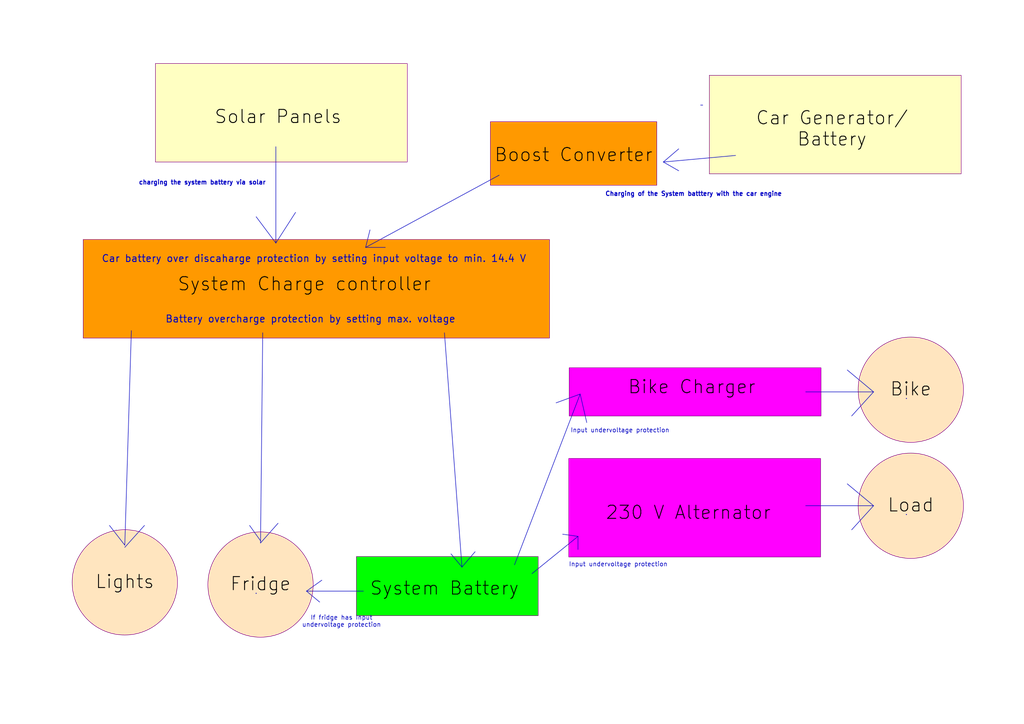
<source format=kicad_sch>
(kicad_sch
	(version 20231120)
	(generator "eeschema")
	(generator_version "8.0")
	(uuid "1b5aee30-e0ff-4e6d-85fe-9f9048b944db")
	(paper "A4")
	(title_block
		(title "Er Vento - electrical schematic")
		(date "2025-02-20")
		(rev "0.1")
		(company "Christoph")
	)
	(lib_symbols)
	(polyline
		(pts
			(xy 233.68 113.665) (xy 253.365 113.665)
		)
		(stroke
			(width 0)
			(type default)
		)
		(uuid "0362eb36-a757-4381-b82c-e81273c03691")
	)
	(polyline
		(pts
			(xy 31.75 152.4) (xy 36.195 158.115)
		)
		(stroke
			(width 0)
			(type default)
		)
		(uuid "0df88179-4032-4270-b71b-5d6e447f1be3")
	)
	(polyline
		(pts
			(xy 130.81 160.655) (xy 133.985 164.465)
		)
		(stroke
			(width 0)
			(type default)
		)
		(uuid "11c83d6b-e356-4582-ac89-6b5ea3e02221")
	)
	(polyline
		(pts
			(xy 88.9 171.45) (xy 93.345 168.275)
		)
		(stroke
			(width 0)
			(type default)
		)
		(uuid "2b3af518-da85-45eb-92d3-e0c0f78d55ce")
	)
	(polyline
		(pts
			(xy 245.745 140.335) (xy 253.365 146.685)
		)
		(stroke
			(width 0)
			(type default)
		)
		(uuid "3267f5ee-e55a-4731-9d0d-85bca1a920ab")
	)
	(polyline
		(pts
			(xy 88.9 171.45) (xy 92.71 174.625)
		)
		(stroke
			(width 0)
			(type default)
		)
		(uuid "36a88bcd-c6ea-4aa7-9f33-19cae6eb9e66")
	)
	(polyline
		(pts
			(xy 105.41 171.45) (xy 88.9 171.45)
		)
		(stroke
			(width 0)
			(type default)
		)
		(uuid "3a213faa-9d66-4af4-b421-31fddd193a9e")
	)
	(polyline
		(pts
			(xy 196.85 43.18) (xy 192.405 46.99)
		)
		(stroke
			(width 0)
			(type default)
		)
		(uuid "40cfeeb8-bc68-4559-ad86-02d1e80b9b7d")
	)
	(polyline
		(pts
			(xy 167.64 159.385) (xy 167.64 155.575)
		)
		(stroke
			(width 0)
			(type default)
		)
		(uuid "42a3e7c9-0393-484c-a607-d4799805d601")
	)
	(polyline
		(pts
			(xy 38.1 95.885) (xy 36.195 158.115)
		)
		(stroke
			(width 0)
			(type default)
		)
		(uuid "434520a9-e743-4723-9436-118e81bdd5ae")
	)
	(polyline
		(pts
			(xy 213.36 45.085) (xy 192.405 46.99)
		)
		(stroke
			(width 0)
			(type default)
		)
		(uuid "48201526-ee6c-4703-9e20-9b0545b3a2d5")
	)
	(polyline
		(pts
			(xy 245.745 107.315) (xy 253.365 113.665)
		)
		(stroke
			(width 0)
			(type default)
		)
		(uuid "4a4567b9-bd40-4952-b660-9eedada10f27")
	)
	(polyline
		(pts
			(xy 106.045 71.755) (xy 111.76 71.755)
		)
		(stroke
			(width 0)
			(type default)
		)
		(uuid "5ed86d00-6178-4217-8efa-008d506346bc")
	)
	(polyline
		(pts
			(xy 154.305 166.37) (xy 167.64 155.575)
		)
		(stroke
			(width 0)
			(type default)
		)
		(uuid "6d46e50d-fdf1-44bd-b530-f42b5a76554e")
	)
	(polyline
		(pts
			(xy 80.01 42.545) (xy 80.01 70.485)
		)
		(stroke
			(width 0)
			(type default)
		)
		(uuid "7569c403-dd65-49ea-863f-9aa412305799")
	)
	(polyline
		(pts
			(xy 192.405 46.99) (xy 196.85 49.53)
		)
		(stroke
			(width 0)
			(type default)
		)
		(uuid "7dd3c6a3-4f5c-4bd9-ac7e-d2c0bd729b57")
	)
	(polyline
		(pts
			(xy 163.195 154.94) (xy 167.64 155.575)
		)
		(stroke
			(width 0)
			(type default)
		)
		(uuid "8dcd53c6-d2a1-4c00-a7cf-49cfd0ba7488")
	)
	(polyline
		(pts
			(xy 75.565 157.48) (xy 80.645 151.765)
		)
		(stroke
			(width 0)
			(type default)
		)
		(uuid "8f182de7-6f8d-4779-bac0-0f848fc6b801")
	)
	(polyline
		(pts
			(xy 80.01 70.485) (xy 85.725 61.595)
		)
		(stroke
			(width 0)
			(type default)
		)
		(uuid "90864154-a371-44a8-805f-f95bc6c6bb14")
	)
	(polyline
		(pts
			(xy 74.295 62.865) (xy 80.01 70.485)
		)
		(stroke
			(width 0)
			(type default)
		)
		(uuid "9133f8df-73fd-495f-9d9a-94916a3fa1ac")
	)
	(polyline
		(pts
			(xy 133.985 164.465) (xy 137.795 160.02)
		)
		(stroke
			(width 0)
			(type default)
		)
		(uuid "a59cb842-adf1-444d-8234-c5a515d59ee3")
	)
	(polyline
		(pts
			(xy 170.18 122.555) (xy 168.275 114.3)
		)
		(stroke
			(width 0)
			(type default)
		)
		(uuid "ac049c0f-8f2b-49bd-b0a2-76cfb480e541")
	)
	(polyline
		(pts
			(xy 128.905 96.52) (xy 133.985 164.465)
		)
		(stroke
			(width 0)
			(type default)
		)
		(uuid "b75fe423-f828-4ed7-af70-d0534cd1043d")
	)
	(polyline
		(pts
			(xy 203.2 30.48) (xy 203.835 30.48)
		)
		(stroke
			(width 0)
			(type default)
		)
		(uuid "b8ebb9e8-673b-49cb-99e9-639d8914315c")
	)
	(polyline
		(pts
			(xy 76.2 96.52) (xy 75.565 157.48)
		)
		(stroke
			(width 0)
			(type default)
		)
		(uuid "bb5cb5fd-7504-4865-939d-dde8b07a3e0c")
	)
	(polyline
		(pts
			(xy 149.225 163.83) (xy 168.275 114.3)
		)
		(stroke
			(width 0)
			(type default)
		)
		(uuid "bce95c82-7565-4c26-b452-370f227f00df")
	)
	(polyline
		(pts
			(xy 247.015 120.65) (xy 253.365 113.665)
		)
		(stroke
			(width 0)
			(type default)
		)
		(uuid "bcf3a649-ed1d-454f-ba6a-8559d7f10534")
	)
	(polyline
		(pts
			(xy 233.68 146.685) (xy 253.365 146.685)
		)
		(stroke
			(width 0)
			(type default)
		)
		(uuid "c0676a3e-6fd4-4572-9c11-b97d51f7fc30")
	)
	(polyline
		(pts
			(xy 247.015 153.67) (xy 253.365 146.685)
		)
		(stroke
			(width 0)
			(type default)
		)
		(uuid "c5d51b4a-20c5-48f3-9f87-b3553520f13b")
	)
	(polyline
		(pts
			(xy 41.91 152.4) (xy 36.195 158.75)
		)
		(stroke
			(width 0)
			(type default)
		)
		(uuid "ca6172e4-4413-4683-89a1-7570409e8eea")
	)
	(polyline
		(pts
			(xy 144.78 50.8) (xy 106.045 71.755)
		)
		(stroke
			(width 0)
			(type default)
		)
		(uuid "cbd22b7b-9c1f-4228-a295-ea3acf0b68d3")
	)
	(polyline
		(pts
			(xy 161.29 116.84) (xy 168.275 114.3)
		)
		(stroke
			(width 0)
			(type default)
		)
		(uuid "da58a035-cf68-4c20-81ae-ca974474a61b")
	)
	(polyline
		(pts
			(xy 72.39 152.4) (xy 75.565 156.845)
		)
		(stroke
			(width 0)
			(type default)
		)
		(uuid "e9095bf7-bc56-423f-b1b8-2bdb3e2a64f4")
	)
	(polyline
		(pts
			(xy 106.045 71.755) (xy 107.315 66.675)
		)
		(stroke
			(width 0)
			(type default)
		)
		(uuid "f87e2e48-82e5-4dce-84af-80a0e2fddbcb")
	)
	(rectangle
		(start 142.24 35.306)
		(end 190.5 53.721)
		(stroke
			(width 0)
			(type default)
			(color 132 0 132 1)
		)
		(fill
			(type color)
			(color 255 153 0 1)
		)
		(uuid 02b0b8d0-ff5c-43ad-8bb7-fc911a93bcc9)
	)
	(rectangle
		(start 45.085 18.415)
		(end 118.11 46.99)
		(stroke
			(width 0)
			(type default)
			(color 132 0 132 1)
		)
		(fill
			(type color)
			(color 255 255 194 1)
		)
		(uuid 19729c6b-ae90-470e-be41-568d081df279)
	)
	(rectangle
		(start 164.973 132.969)
		(end 237.998 161.544)
		(stroke
			(width 0)
			(type default)
			(color 132 0 132 1)
		)
		(fill
			(type color)
			(color 255 0 255 1)
		)
		(uuid 1c3ebbf1-92de-4015-9242-270ab8f358b6)
	)
	(rectangle
		(start 24.13 69.469)
		(end 159.385 98.044)
		(stroke
			(width 0)
			(type default)
			(color 132 0 132 1)
		)
		(fill
			(type color)
			(color 255 153 0 1)
		)
		(uuid 39a42a54-e17c-4564-9cbb-7c95dd9a2808)
	)
	(circle
		(center 262.89 115.57)
		(radius 0.0001)
		(stroke
			(width 0)
			(type default)
		)
		(fill
			(type none)
		)
		(uuid 4272016e-31e6-4bd6-af47-4d40779975cb)
	)
	(circle
		(center 264.16 146.685)
		(radius 15.2664)
		(stroke
			(width 0)
			(type default)
			(color 132 0 132 1)
		)
		(fill
			(type color)
			(color 255 229 191 1)
		)
		(uuid 64ab79c9-c5c6-4a76-b475-ec5a98e7e919)
	)
	(rectangle
		(start 165.1 106.68)
		(end 238.125 120.65)
		(stroke
			(width 0)
			(type default)
			(color 132 0 132 1)
		)
		(fill
			(type color)
			(color 255 0 255 1)
		)
		(uuid 6ad4a32d-b3cf-4126-bc7d-810166e070b1)
	)
	(circle
		(center 75.565 169.545)
		(radius 15.2664)
		(stroke
			(width 0)
			(type default)
			(color 132 0 132 1)
		)
		(fill
			(type color)
			(color 255 229 191 1)
		)
		(uuid 8c3bc636-6587-4d03-8263-7cbf0da246a2)
	)
	(rectangle
		(start 33.655 153.67)
		(end 33.655 153.67)
		(stroke
			(width 0)
			(type default)
		)
		(fill
			(type none)
		)
		(uuid ada30221-20ed-4483-8801-4558f15d3aaa)
	)
	(circle
		(center 262.89 149.225)
		(radius 0.0001)
		(stroke
			(width 0)
			(type default)
		)
		(fill
			(type none)
		)
		(uuid b6ca2ce9-e1d4-4784-bdf3-541b06679f5e)
	)
	(circle
		(center 264.16 113.03)
		(radius 15.2664)
		(stroke
			(width 0)
			(type default)
			(color 132 0 132 1)
		)
		(fill
			(type color)
			(color 255 229 191 1)
		)
		(uuid bd50d99c-e584-44bb-80e3-850b025fca27)
	)
	(circle
		(center 74.295 172.085)
		(radius 0.0001)
		(stroke
			(width 0)
			(type default)
		)
		(fill
			(type none)
		)
		(uuid bd613f34-1488-4c61-8b18-9cbfbe3eac9f)
	)
	(circle
		(center 34.925 171.45)
		(radius 0.0001)
		(stroke
			(width 0)
			(type default)
		)
		(fill
			(type none)
		)
		(uuid c09125ab-1778-472f-be20-c21f50f626fb)
	)
	(rectangle
		(start 103.378 161.417)
		(end 156.083 178.562)
		(stroke
			(width 0)
			(type default)
			(color 132 0 132 1)
		)
		(fill
			(type color)
			(color 0 255 0 1)
		)
		(uuid ccc70e0e-683a-40e1-bdb8-7d7b659d0184)
	)
	(rectangle
		(start 205.74 21.844)
		(end 278.765 50.419)
		(stroke
			(width 0)
			(type default)
			(color 132 0 132 1)
		)
		(fill
			(type color)
			(color 255 255 194 1)
		)
		(uuid e4160c3a-9a4a-4032-9c15-4ea6b7546518)
	)
	(circle
		(center 36.195 168.91)
		(radius 15.2664)
		(stroke
			(width 0)
			(type default)
			(color 132 0 132 1)
		)
		(fill
			(type color)
			(color 255 229 191 1)
		)
		(uuid fc963a78-62d9-4cda-8f6a-275c9d6a7fea)
	)
	(text "Fridge"
		(exclude_from_sim no)
		(at 75.565 169.545 0)
		(effects
			(font
				(size 3.81 3.81)
				(thickness 0.254)
				(bold yes)
				(color 0 0 0 1)
			)
		)
		(uuid "02ca1e5f-a003-41d1-a0da-6ef5b6262861")
	)
	(text "Boost Converter"
		(exclude_from_sim no)
		(at 166.37 45.085 0)
		(effects
			(font
				(size 3.81 3.81)
				(thickness 0.254)
				(bold yes)
				(color 0 0 0 1)
			)
		)
		(uuid "04862855-14ad-4d10-b434-c3f612ae71ee")
	)
	(text "Bike Charger"
		(exclude_from_sim no)
		(at 200.66 112.395 0)
		(effects
			(font
				(size 3.81 3.81)
				(thickness 0.254)
				(bold yes)
				(color 0 0 0 1)
			)
		)
		(uuid "067ee21c-0492-4219-8d01-91441a9059c5")
	)
	(text "System Charge controller"
		(exclude_from_sim no)
		(at 88.265 82.55 0)
		(effects
			(font
				(size 3.81 3.81)
				(thickness 0.254)
				(bold yes)
				(color 0 0 0 1)
			)
		)
		(uuid "2a78baac-28ee-4a2b-b916-11caa451e2e6")
	)
	(text "230 V Alternator"
		(exclude_from_sim no)
		(at 199.644 148.844 0)
		(effects
			(font
				(size 3.81 3.81)
				(thickness 0.254)
				(bold yes)
				(color 0 0 0 1)
			)
		)
		(uuid "2e95497f-a4fd-4fd5-b44d-63439ec13157")
	)
	(text "Input undervoltage protection"
		(exclude_from_sim no)
		(at 179.832 124.968 0)
		(effects
			(font
				(size 1.27 1.27)
			)
		)
		(uuid "3295b01a-0589-4d85-babf-868743e2e4dd")
	)
	(text "Load"
		(exclude_from_sim no)
		(at 264.16 146.685 0)
		(effects
			(font
				(size 3.81 3.81)
				(thickness 0.254)
				(bold yes)
				(color 0 0 0 1)
			)
		)
		(uuid "391228c1-432b-4067-9b45-e75307f51413")
	)
	(text "Car Generator/\nBattery"
		(exclude_from_sim no)
		(at 241.3 37.465 0)
		(effects
			(font
				(size 3.81 3.81)
				(thickness 0.254)
				(bold yes)
				(color 0 0 0 1)
			)
		)
		(uuid "3f6ecc51-4366-4f1b-bef5-8f4ec3ccaa1a")
	)
	(text "Battery overcharge protection by setting max. voltage"
		(exclude_from_sim no)
		(at 90.043 92.71 0)
		(effects
			(font
				(size 2.032 2.032)
				(thickness 0.254)
				(bold yes)
			)
		)
		(uuid "49692164-6451-4046-a62d-da2271959ce2")
	)
	(text "Lights"
		(exclude_from_sim no)
		(at 36.195 168.91 0)
		(effects
			(font
				(size 3.81 3.81)
				(thickness 0.254)
				(bold yes)
				(color 0 0 0 1)
			)
		)
		(uuid "5b050d6c-79d7-4023-97a7-6ca816322ab8")
	)
	(text "Bike"
		(exclude_from_sim no)
		(at 264.16 113.03 0)
		(effects
			(font
				(size 3.81 3.81)
				(thickness 0.254)
				(bold yes)
				(color 0 0 0 1)
			)
		)
		(uuid "5b47c471-bde0-4a2b-ae95-4733376d45fb")
	)
	(text "Solar Panels"
		(exclude_from_sim no)
		(at 80.645 34.036 0)
		(effects
			(font
				(size 3.81 3.81)
				(thickness 0.254)
				(bold yes)
				(color 0 0 0 1)
			)
		)
		(uuid "62f5d60c-a002-4c19-8c60-0250fd843ae4")
	)
	(text "Charging of the System batttery with the car engine"
		(exclude_from_sim no)
		(at 201.168 56.388 0)
		(effects
			(font
				(size 1.27 1.27)
				(thickness 0.254)
				(bold yes)
			)
		)
		(uuid "706c517c-8a04-499f-b34a-a464c87aed61")
	)
	(text "If fridge has Input\nundervoltage protection"
		(exclude_from_sim no)
		(at 99.06 180.34 0)
		(effects
			(font
				(size 1.27 1.27)
			)
		)
		(uuid "8c736f80-cad2-4c86-8f76-75d660631952")
	)
	(text "Input undervoltage protection"
		(exclude_from_sim no)
		(at 179.324 163.83 0)
		(effects
			(font
				(size 1.27 1.27)
			)
		)
		(uuid "901958c8-5a91-427d-91db-0fece5199341")
	)
	(text "charging the system battery via solar"
		(exclude_from_sim no)
		(at 58.674 53.086 0)
		(effects
			(font
				(size 1.27 1.27)
				(thickness 0.254)
				(bold yes)
			)
		)
		(uuid "d7d28aea-5058-4a31-aabc-4b11506b9edd")
	)
	(text "System Battery"
		(exclude_from_sim no)
		(at 128.905 170.815 0)
		(effects
			(font
				(size 3.81 3.81)
				(thickness 0.254)
				(bold yes)
				(color 0 0 0 1)
			)
		)
		(uuid "daeda788-bd5e-40be-97f9-cde1f2f672cb")
	)
	(text "Car battery over discaharge protection by setting input voltage to min. 14.4 V"
		(exclude_from_sim no)
		(at 91.059 75.184 0)
		(effects
			(font
				(size 2.032 2.032)
				(thickness 0.254)
				(bold yes)
			)
		)
		(uuid "ebb6235a-3485-41ec-80ab-6efe6101d08e")
	)
)

</source>
